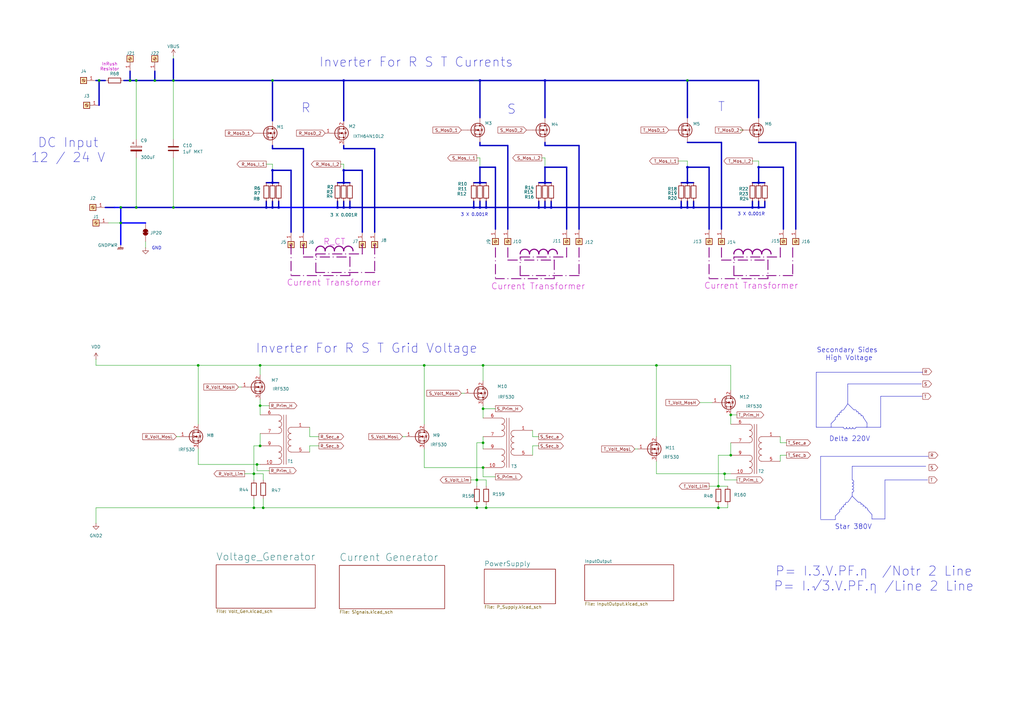
<source format=kicad_sch>
(kicad_sch (version 20250114) (generator "eeschema") (generator_version "9.0")
  (paper "A3")
  (title_block (title "Emulator") (date "2025-09-04") (company "ABB"))
  (arc (start 346.804 206.982) (mid 346.9029 206.232) (end 347.574 206.072))
  (arc (start 353.101 206.787) (mid 353.851 206.8859) (end 354.011 207.557))
  (arc (start 213.36 104.14) (mid 215.265 102.235) (end 217.17 104.14) (stroke (width 0.4572) (color 132 0 132 1)))
  (arc (start 349.504 196.85) (mid 350.139 197.485) (end 349.504 198.12))
  (arc (start 345.236 208.79) (mid 345.3349 208.04) (end 346.006 207.88))
  (arc (start 224.79 104.14) (mid 226.695 102.235) (end 228.6 104.14) (stroke (width 0.4572) (color 132 0 132 1)))
  (arc (start 304.8 104.14) (mid 306.705 102.235) (end 308.61 104.14) (stroke (width 0.4572) (color 132 0 132 1)))
  (arc (start 342.704 171.934) (mid 342.7389 171.169) (end 343.466 170.918))
  (arc (start 344.482 209.78) (mid 344.5167 209.0123) (end 345.244 208.764))
  (arc (start 312.42 104.14) (mid 314.325 102.235) (end 316.23 104.14) (stroke (width 0.4572) (color 132 0 132 1)))
  (arc (start 308.61 104.14) (mid 310.515 102.235) (end 312.42 104.14) (stroke (width 0.4572) (color 132 0 132 1)))
  (arc (start 354.909 208.355) (mid 355.659 208.4539) (end 355.819 209.125))
  (arc (start 349.5042 199.39) (mid 350.1279 200.0251) (end 349.504 200.66))
  (arc (start 350.333 168.187) (mid 351.1007 168.2217) (end 351.349 168.949))
  (arc (start 353.919 207.601) (mid 354.6867 207.6357) (end 354.935 208.363))
  (arc (start 346.05 207.972) (mid 346.0847 207.2043) (end 346.812 206.956))
  (arc (start 352.111 206.033) (mid 352.8787 206.0677) (end 353.127 206.795))
  (arc (start 352.141 169.755) (mid 352.9087 169.7897) (end 353.157 170.517))
  (arc (start 349.758 175.26) (mid 349.123 175.895) (end 348.488 175.26))
  (arc (start 133.35 102.87) (mid 135.255 100.965) (end 137.16 102.87) (stroke (width 0.4572) (color 132 0 132 1)))
  (arc (start 344.272 170.126) (mid 344.3061 169.3581) (end 345.034 169.11))
  (arc (start 345.026 169.136) (mid 345.0965 168.4162) (end 345.796 168.226))
  (arc (start 137.16 102.87) (mid 139.065 100.965) (end 140.97 102.87) (stroke (width 0.4572) (color 132 0 132 1)))
  (arc (start 347.218 175.2598) (mid 346.5831 175.8949) (end 345.948 175.26))
  (arc (start 129.54 102.87) (mid 131.445 100.965) (end 133.35 102.87) (stroke (width 0.4572) (color 132 0 132 1)))
  (arc (start 140.97 102.87) (mid 142.875 100.965) (end 144.78 102.87) (stroke (width 0.4572) (color 132 0 132 1)))
  (arc (start 349.5038 200.66) (mid 350.1389 201.2949) (end 349.504 201.93))
  (arc (start 349.504 198.12) (mid 350.139 198.755) (end 349.504 199.39))
  (arc (start 351.323 168.941) (mid 352.073 169.0399) (end 352.233 169.711))
  (arc (start 220.98 104.14) (mid 222.885 102.235) (end 224.79 104.14) (stroke (width 0.4572) (color 132 0 132 1)))
  (arc (start 343.458 170.944) (mid 343.531 170.2233) (end 344.228 170.034))
  (arc (start 351.028 175.26) (mid 350.393 175.895) (end 349.758 175.26))
  (arc (start 348.488 175.2602) (mid 347.8529 175.8839) (end 347.218 175.26))
  (arc (start 217.17 104.14) (mid 219.075 102.235) (end 220.98 104.14) (stroke (width 0.4572) (color 132 0 132 1)))
  (arc (start 300.99 104.14) (mid 302.895 102.235) (end 304.8 104.14) (stroke (width 0.4572) (color 132 0 132 1)))
  (arc (start 353.131 170.509) (mid 353.881 170.6079) (end 354.041 171.279))
  (text "P= I.3.V.PF.η  /Notr 2 Line\nP= I.√3.V.PF.η /Line 2 Line" (at 358.394 237.49 0) (effects (font (size 3.81 3.81))))
  (text "R" (at 125.476 44.45 0) (effects (font (size 3.81 3.81))))
  (text "Inverter For R S T Grid Voltage" (at 150.368 143.002 0) (effects (font (size 3.81 3.81))))
  (text "Star 380V" (at 350.012 216.154 0) (effects (font (size 2 2))))
  (text "Secondary Sides\n High Voltage" (at 347.472 145.288 0) (effects (font (size 2 2))))
  (text "3 X 0.001R" (at 308.102 87.884 0) (effects (font (size 1.27 1.27))))
  (text "InRush\nResistor" (at 44.958 27.432 0) (effects (font (size 1.27 1.27))))
  (text "Current Transformer" (at 220.726 117.602 0) (effects (font (size 2.54 2.54))))
  (text "GND" (at 64.262 101.854 0) (effects (font (size 1.27 1.27))))
  (text "Inverter For R S T Currents" (at 170.688 25.654 0) (effects (font (size 3.81 3.81))))
  (text "S" (at 209.804 44.958 0) (effects (font (size 3.81 3.81))))
  (text "3 X 0.001R" (at 194.564 88.138 0) (effects (font (size 1.27 1.27))))
  (text "DC Input\n12 / 24 V" (at 27.94 61.722 0) (effects (font (size 3.81 3.81))))
  (text "Current Transformer" (at 308.102 117.348 0) (effects (font (size 2.54 2.54))))
  (text "T" (at 295.91 43.942 0) (effects (font (size 3.81 3.81))))
  (text "R_CT" (at 137.16 99.314 0) (effects (font (size 2.54 2.54))))
  (text "Current Transformer" (at 136.906 116.078 0) (effects (font (size 2.54 2.54))))
  (text "Delta 220V" (at 348.488 180.086 0) (effects (font (size 2 2))))
  (junction (at 284.48 85.09) (color 0 0 194 1))
  (junction (at 104.14 208.28))
  (junction (at 198.12 167.64))
  (junction (at 194.31 85.09) (color 0 0 194 1))
  (junction (at 106.68 149.86))
  (junction (at 294.64 199.39))
  (junction (at 198.12 191.77))
  (junction (at 55.88 33.02))
  (junction (at 140.97 85.09) (color 0 0 194 1))
  (junction (at 173.99 149.86))
  (junction (at 220.98 85.09) (color 0 0 194 1))
  (junction (at 111.76 69.85) (color 0 0 194 1))
  (junction (at 63.5 33.02))
  (junction (at 195.58 208.28))
  (junction (at 311.15 74.93) (color 0 0 194 1))
  (junction (at 281.94 74.93) (color 0 0 194 1))
  (junction (at 53.34 33.02))
  (junction (at 281.94 68.58) (color 0 0 194 1))
  (junction (at 223.52 33.02) (color 0 0 194 1))
  (junction (at 199.39 208.28))
  (junction (at 107.95 208.28))
  (junction (at 223.52 85.09) (color 0 0 194 1))
  (junction (at 198.12 181.61))
  (junction (at 196.85 85.09) (color 0 0 194 1))
  (junction (at 311.15 85.09) (color 0 0 194 1))
  (junction (at 140.97 33.02) (color 0 0 194 1))
  (junction (at 111.76 85.09) (color 0 0 194 1))
  (junction (at 299.72 186.69))
  (junction (at 140.97 74.93) (color 0 0 194 1))
  (junction (at 49.53 91.44))
  (junction (at 40.64 33.02))
  (junction (at 299.72 170.18))
  (junction (at 196.85 68.58) (diameter 0.5588) (color 0 0 194 1))
  (junction (at 106.68 182.88))
  (junction (at 196.85 33.02) (color 0 0 194 1))
  (junction (at 140.97 69.85) (color 0 0 194 1))
  (junction (at 111.76 74.93) (color 0 0 194 1))
  (junction (at 279.4 85.09) (color 0 0 194 1))
  (junction (at 294.64 208.28))
  (junction (at 109.22 85.09) (color 0 0 194 1))
  (junction (at 138.43 85.09) (color 0 0 194 1))
  (junction (at 106.68 166.37))
  (junction (at 226.06 85.09) (color 0 0 194 1))
  (junction (at 71.12 85.09))
  (junction (at 104.14 194.31))
  (junction (at 143.51 85.09) (color 0 0 194 1))
  (junction (at 49.53 85.09))
  (junction (at 199.39 85.09) (color 0 0 194 1))
  (junction (at 114.3 85.09) (color 0 0 194 1))
  (junction (at 223.52 68.58) (diameter 0.5588) (color 0 0 194 1))
  (junction (at 281.94 85.09) (color 0 0 194 1))
  (junction (at 81.28 149.86))
  (junction (at 308.61 85.09) (color 0 0 194 1))
  (junction (at 297.18 194.31))
  (junction (at 71.12 33.02))
  (junction (at 111.76 33.02))
  (junction (at 223.52 74.93) (color 0 0 194 1))
  (junction (at 269.24 149.86))
  (junction (at 311.15 68.58) (color 0 0 194 1))
  (junction (at 55.88 85.09))
  (junction (at 281.94 33.02))
  (junction (at 195.58 196.85))
  (junction (at 105.41 190.5))
  (junction (at 196.85 74.93) (color 0 0 194 1))
  (junction (at 198.12 149.86))
  (polyline (pts (xy 334.772 152.654) (xy 378.46 152.654)))
  (polyline (pts (xy 340.868 173.736) (xy 340.868 175.26)))
  (wire (pts (xy 237.49 93.98) (xy 237.49 59.69)) (stroke (width 0.5588) (color 0 0 194 1)))
  (wire (pts (xy 119.38 95.25) (xy 119.38 69.85)) (stroke (width 0.5588) (color 0 0 194 1)))
  (wire (pts (xy 308.61 74.93) (xy 311.15 74.93)) (stroke (width 0.5588) (color 0 0 194 1)))
  (wire (pts (xy 314.96 106.68) (xy 314.96 114.3)) (stroke (width 0.3556) (type dash_dot) (color 132 0 132 1)))
  (wire (pts (xy 299.72 170.18) (xy 299.72 173.99)))
  (wire (pts (xy 194.31 74.93) (xy 196.85 74.93)) (stroke (width 0.5588) (color 0 0 194 1)))
  (wire (pts (xy 295.91 93.98) (xy 295.91 58.42)) (stroke (width 0.5588) (color 0 0 194 1)))
  (wire (pts (xy 314.96 114.3) (xy 290.83 114.3)) (stroke (width 0.3556) (type dash_dot) (color 132 0 132 1)))
  (wire (pts (xy 223.52 74.93) (xy 226.06 74.93)) (stroke (width 0.5588) (color 0 0 194 1)))
  (wire (pts (xy 196.85 85.09) (xy 199.39 85.09)) (stroke (width 0.5588) (color 0 0 194 1)))
  (wire (pts (xy 106.68 149.86) (xy 106.68 153.67)))
  (wire (pts (xy 320.04 101.6) (xy 320.04 105.41)) (stroke (width 0.3556) (type dash_dot) (color 132 0 132 1)))
  (wire (pts (xy 195.58 64.77) (xy 196.85 64.77)))
  (wire (pts (xy 153.67 111.76) (xy 129.54 111.76)) (stroke (width 0.3556) (type dash_dot) (color 132 0 132 1)))
  (wire (pts (xy 208.28 93.98) (xy 208.28 59.69)) (stroke (width 0.5588) (color 0 0 194 1)))
  (polyline (pts (xy 342.646 211.582) (xy 342.646 213.106)))
  (wire (pts (xy 71.12 33.02) (xy 111.76 33.02)) (stroke (width 0.5588) (color 0 0 194 1)))
  (wire (pts (xy 297.18 196.85) (xy 297.18 194.31)))
  (wire (pts (xy 298.45 199.39) (xy 294.64 199.39)))
  (wire (pts (xy 196.85 68.58) (xy 203.2 68.58)) (stroke (width 0.5588) (color 0 0 194 1)))
  (wire (pts (xy 196.85 82.55) (xy 196.85 85.09)) (stroke (width 0.5588) (color 0 0 194 1)))
  (wire (pts (xy 107.95 194.31) (xy 107.95 196.85)))
  (wire (pts (xy 195.58 196.85) (xy 199.39 196.85)))
  (wire (pts (xy 173.99 184.15) (xy 173.99 191.77)))
  (wire (pts (xy 195.58 208.28) (xy 199.39 208.28)))
  (wire (pts (xy 311.15 74.93) (xy 313.69 74.93)) (stroke (width 0.5588) (color 0 0 194 1)))
  (polyline (pts (xy 347.726 205.994) (xy 349.504 203.454)))
  (wire (pts (xy 148.59 100.33) (xy 148.59 104.14)) (stroke (width 0.3556) (type dash_dot) (color 132 0 132 1)))
  (wire (pts (xy 143.51 113.03) (xy 119.38 113.03)) (stroke (width 0.3556) (type dash_dot) (color 132 0 132 1)))
  (wire (pts (xy 311.15 85.09) (xy 313.69 85.09)) (stroke (width 0.5588) (color 0 0 194 1)))
  (polyline (pts (xy 340.868 175.26) (xy 334.772 175.26)))
  (wire (pts (xy 326.39 93.98) (xy 326.39 58.42)) (stroke (width 0.5588) (color 0 0 194 1)))
  (wire (pts (xy 195.58 181.61) (xy 195.58 196.85)))
  (wire (pts (xy 55.88 57.15) (xy 55.88 33.02)))
  (wire (pts (xy 39.37 208.28) (xy 104.14 208.28)))
  (polyline (pts (xy 349.504 203.454) (xy 352.044 205.994)))
  (wire (pts (xy 195.58 181.61) (xy 198.12 181.61)))
  (wire (pts (xy 109.22 67.31) (xy 111.76 67.31)))
  (wire (pts (xy 111.76 85.09) (xy 114.3 85.09)) (stroke (width 0.5588) (color 0 0 194 1)))
  (wire (pts (xy 39.37 208.28) (xy 39.37 214.63)))
  (wire (pts (xy 140.97 85.09) (xy 143.51 85.09)) (stroke (width 0.5588) (color 0 0 194 1)))
  (wire (pts (xy 269.24 194.31) (xy 297.18 194.31)))
  (wire (pts (xy 196.85 74.93) (xy 199.39 74.93)) (stroke (width 0.5588) (color 0 0 194 1)))
  (wire (pts (xy 199.39 207.01) (xy 199.39 208.28)))
  (polyline (pts (xy 345.948 168.148) (xy 347.726 165.608)))
  (wire (pts (xy 71.12 57.15) (xy 71.12 33.02)))
  (wire (pts (xy 140.97 74.93) (xy 143.51 74.93)) (stroke (width 0.5588) (color 0 0 194 1)))
  (wire (pts (xy 111.76 59.69) (xy 111.76 60.96)) (stroke (width 0.5588) (color 0 0 194 1)))
  (wire (pts (xy 195.58 196.85) (xy 195.58 199.39)))
  (wire (pts (xy 227.33 114.3) (xy 203.2 114.3)) (stroke (width 0.3556) (type dash_dot) (color 132 0 132 1)))
  (wire (pts (xy 143.51 82.55) (xy 143.51 85.09)) (stroke (width 0.5588) (color 0 0 194 1)))
  (polyline (pts (xy 355.6 173.482) (xy 355.6 175.26)))
  (wire (pts (xy 49.53 85.09) (xy 55.88 85.09)) (stroke (width 0.5588) (color 0 0 194 1)))
  (wire (pts (xy 313.69 82.55) (xy 313.69 85.09)) (stroke (width 0.5588) (color 0 0 194 1)))
  (wire (pts (xy 311.15 74.93) (xy 311.15 68.58)) (stroke (width 0.5588) (color 0 0 194 1)))
  (wire (pts (xy 107.95 204.47) (xy 107.95 208.28)))
  (wire (pts (xy 226.06 82.55) (xy 226.06 85.09)) (stroke (width 0.5588) (color 0 0 194 1)))
  (wire (pts (xy 196.85 64.77) (xy 196.85 68.58)))
  (wire (pts (xy 320.04 186.69) (xy 322.58 186.69)))
  (wire (pts (xy 81.28 190.5) (xy 105.41 190.5)))
  (wire (pts (xy 227.33 106.68) (xy 227.33 114.3)) (stroke (width 0.3556) (type dash_dot) (color 132 0 132 1)))
  (wire (pts (xy 109.22 74.93) (xy 111.76 74.93)) (stroke (width 0.5588) (color 0 0 194 1)))
  (wire (pts (xy 129.54 111.76) (xy 129.54 104.14)) (stroke (width 0.3556) (type dash_dot) (color 132 0 132 1)))
  (wire (pts (xy 55.88 85.09) (xy 71.12 85.09)) (stroke (width 0.5588) (color 0 0 194 1)))
  (wire (pts (xy 226.06 85.09) (xy 279.4 85.09)) (stroke (width 0.5588) (color 0 0 194 1)))
  (wire (pts (xy 284.48 85.09) (xy 308.61 85.09)) (stroke (width 0.5588) (color 0 0 194 1)))
  (wire (pts (xy 290.83 101.6) (xy 290.83 114.3)) (stroke (width 0.3556) (type dash_dot) (color 132 0 132 1)))
  (wire (pts (xy 196.85 33.02) (xy 194.31 33.02)))
  (wire (pts (xy 193.04 196.85) (xy 195.58 196.85)))
  (wire (pts (xy 105.41 193.04) (xy 105.41 190.5)))
  (polyline (pts (xy 347.726 158.496) (xy 347.726 165.608)))
  (wire (pts (xy 198.12 167.64) (xy 198.12 171.45)))
  (wire (pts (xy 196.85 58.42) (xy 196.85 59.69)) (stroke (width 0.5588) (color 0 0 194 1)))
  (polyline (pts (xy 349.504 191.262) (xy 379.73 191.262)))
  (wire (pts (xy 148.59 69.85) (xy 140.97 69.85)) (stroke (width 0.5588) (color 0 0 194 1)))
  (wire (pts (xy 308.61 85.09) (xy 311.15 85.09)) (stroke (width 0.5588) (color 0 0 194 1)))
  (wire (pts (xy 281.94 58.42) (xy 295.91 58.42)) (stroke (width 0.5588) (color 0 0 194 1)))
  (wire (pts (xy 300.99 105.41) (xy 320.04 105.41)) (stroke (width 0.3556) (type dash_dot) (color 132 0 132 1)))
  (wire (pts (xy 81.28 149.86) (xy 81.28 173.99)))
  (wire (pts (xy 130.81 182.88) (xy 127 182.88)))
  (wire (pts (xy 220.98 74.93) (xy 223.52 74.93)) (stroke (width 0.5588) (color 0 0 194 1)))
  (wire (pts (xy 106.68 166.37) (xy 106.68 170.18)))
  (wire (pts (xy 127 179.07) (xy 127 175.26)))
  (wire (pts (xy 143.51 85.09) (xy 194.31 85.09)) (stroke (width 0.5588) (color 0 0 194 1)))
  (wire (pts (xy 129.54 104.14) (xy 148.59 104.14)) (stroke (width 0.3556) (type dash_dot) (color 132 0 132 1)))
  (polyline (pts (xy 340.868 175.26) (xy 345.948 175.26)))
  (wire (pts (xy 199.39 196.85) (xy 199.39 199.39)))
  (wire (pts (xy 260.35 184.15) (xy 261.62 184.15)))
  (wire (pts (xy 308.61 66.04) (xy 311.15 66.04)))
  (wire (pts (xy 269.24 149.86) (xy 269.24 179.07)))
  (wire (pts (xy 194.31 85.09) (xy 196.85 85.09)) (stroke (width 0.5588) (color 0 0 194 1)))
  (wire (pts (xy 199.39 85.09) (xy 220.98 85.09)) (stroke (width 0.5588) (color 0 0 194 1)))
  (wire (pts (xy 110.49 193.04) (xy 105.41 193.04)))
  (wire (pts (xy 281.94 33.02) (xy 311.15 33.02)) (stroke (width 0.5588) (color 0 0 194 1)))
  (wire (pts (xy 139.7 67.31) (xy 140.97 67.31)))
  (polyline (pts (xy 357.632 212.852) (xy 362.966 212.852)))
  (wire (pts (xy 302.26 196.85) (xy 297.18 196.85)))
  (wire (pts (xy 106.68 177.8) (xy 106.68 182.88)))
  (wire (pts (xy 198.12 195.58) (xy 198.12 191.77)))
  (wire (pts (xy 218.44 179.07) (xy 220.98 179.07)))
  (wire (pts (xy 198.12 166.37) (xy 198.12 167.64)))
  (wire (pts (xy 237.49 113.03) (xy 213.36 113.03)) (stroke (width 0.3556) (type dash_dot) (color 132 0 132 1)))
  (wire (pts (xy 218.44 182.88) (xy 218.44 186.69)))
  (wire (pts (xy 130.81 179.07) (xy 127 179.07)))
  (wire (pts (xy 104.14 194.31) (xy 104.14 182.88)))
  (wire (pts (xy 44.45 91.44) (xy 49.53 91.44)))
  (wire (pts (xy 71.12 33.02) (xy 63.5 33.02)) (stroke (width 0.5588) (color 0 0 194 1)))
  (wire (pts (xy 39.37 147.32) (xy 39.37 149.86)))
  (wire (pts (xy 140.97 60.96) (xy 153.67 60.96)) (stroke (width 0.5588) (color 0 0 194 1)))
  (wire (pts (xy 138.43 85.09) (xy 138.43 82.55)) (stroke (width 0.5588) (color 0 0 194 1)))
  (wire (pts (xy 124.46 100.33) (xy 124.46 105.41)) (stroke (width 0.3556) (type dash_dot) (color 132 0 132 1)))
  (wire (pts (xy 39.37 149.86) (xy 81.28 149.86)))
  (wire (pts (xy 223.52 33.02) (xy 281.94 33.02)) (stroke (width 0.5588) (color 0 0 194 1)))
  (polyline (pts (xy 336.55 187.198) (xy 380.746 187.198)))
  (wire (pts (xy 290.83 199.39) (xy 294.64 199.39)))
  (wire (pts (xy 114.3 82.55) (xy 114.3 85.09)) (stroke (width 0.5588) (color 0 0 194 1)))
  (wire (pts (xy 320.04 189.23) (xy 320.04 186.69)))
  (wire (pts (xy 208.28 59.69) (xy 196.85 59.69)) (stroke (width 0.5588) (color 0 0 194 1)))
  (wire (pts (xy 63.5 29.21) (xy 63.5 33.02)) (stroke (width 0.5588) (color 0 0 194 1)))
  (wire (pts (xy 138.43 85.09) (xy 140.97 85.09)) (stroke (width 0.5588) (color 0 0 194 1)))
  (wire (pts (xy 173.99 149.86) (xy 173.99 173.99)))
  (wire (pts (xy 213.36 105.41) (xy 232.41 105.41)) (stroke (width 0.3556) (type dash_dot) (color 132 0 132 1)))
  (wire (pts (xy 111.76 82.55) (xy 111.76 85.09)) (stroke (width 0.5588) (color 0 0 194 1)))
  (wire (pts (xy 320.04 181.61) (xy 320.04 179.07)))
  (wire (pts (xy 111.76 49.53) (xy 111.76 33.02)) (stroke (width 0.5588) (color 0 0 194 1)))
  (wire (pts (xy 196.85 74.93) (xy 196.85 68.58)) (stroke (width 0.5588) (color 0 0 194 1)))
  (wire (pts (xy 71.12 24.13) (xy 71.12 33.02)) (stroke (width 0.5588) (color 0 0 194 1)))
  (wire (pts (xy 40.64 33.02) (xy 43.18 33.02)) (stroke (width 0.5588) (color 0 0 194 1)))
  (wire (pts (xy 302.26 170.18) (xy 299.72 170.18)))
  (wire (pts (xy 127 182.88) (xy 127 185.42)))
  (wire (pts (xy 148.59 95.25) (xy 148.59 69.85)) (stroke (width 0.5588) (color 0 0 194 1)))
  (wire (pts (xy 326.39 58.42) (xy 311.15 58.42)) (stroke (width 0.5588) (color 0 0 194 1)))
  (wire (pts (xy 53.34 33.02) (xy 53.34 29.21)) (stroke (width 0.5588) (color 0 0 194 1)))
  (wire (pts (xy 124.46 60.96) (xy 111.76 60.96)) (stroke (width 0.5588) (color 0 0 194 1)))
  (wire (pts (xy 138.43 74.93) (xy 140.97 74.93)) (stroke (width 0.5588) (color 0 0 194 1)))
  (wire (pts (xy 189.23 161.29) (xy 190.5 161.29)))
  (wire (pts (xy 203.2 167.64) (xy 198.12 167.64)))
  (wire (pts (xy 111.76 67.31) (xy 111.76 69.85)))
  (wire (pts (xy 213.36 113.03) (xy 213.36 105.41)) (stroke (width 0.3556) (type dash_dot) (color 132 0 132 1)))
  (polyline (pts (xy 355.346 175.26) (xy 361.188 175.26)))
  (wire (pts (xy 223.52 58.42) (xy 223.52 59.69)) (stroke (width 0.5588) (color 0 0 194 1)))
  (wire (pts (xy 232.41 93.98) (xy 232.41 68.58)) (stroke (width 0.5588) (color 0 0 194 1)))
  (wire (pts (xy 140.97 33.02) (xy 140.97 49.53)) (stroke (width 0.5588) (color 0 0 194 1)))
  (wire (pts (xy 153.67 60.96) (xy 153.67 95.25)) (stroke (width 0.5588) (color 0 0 194 1)))
  (wire (pts (xy 284.48 82.55) (xy 284.48 85.09)) (stroke (width 0.5588) (color 0 0 194 1)))
  (polyline (pts (xy 351.028 175.26) (xy 355.6 175.26)))
  (polyline (pts (xy 347.726 157.48) (xy 377.952 157.48)))
  (wire (pts (xy 107.95 208.28) (xy 195.58 208.28)))
  (wire (pts (xy 297.18 194.31) (xy 299.72 194.31)))
  (wire (pts (xy 140.97 33.02) (xy 196.85 33.02)) (stroke (width 0.5588) (color 0 0 194 1)))
  (wire (pts (xy 220.98 182.88) (xy 218.44 182.88)))
  (wire (pts (xy 281.94 74.93) (xy 281.94 68.58)) (stroke (width 0.5588) (color 0 0 194 1)))
  (wire (pts (xy 106.68 149.86) (xy 173.99 149.86)))
  (wire (pts (xy 106.68 163.83) (xy 106.68 166.37)))
  (polyline (pts (xy 349.504 196.85) (xy 349.504 191.262)))
  (wire (pts (xy 140.97 67.31) (xy 140.97 69.85)))
  (wire (pts (xy 223.52 33.02) (xy 223.52 48.26)) (stroke (width 0.5588) (color 0 0 194 1)))
  (wire (pts (xy 308.61 85.09) (xy 308.61 82.55)) (stroke (width 0.5588) (color 0 0 194 1)))
  (wire (pts (xy 194.31 82.55) (xy 194.31 85.09)) (stroke (width 0.5588) (color 0 0 194 1)))
  (wire (pts (xy 325.12 101.6) (xy 325.12 113.03)) (stroke (width 0.3556) (type dash_dot) (color 132 0 132 1)))
  (wire (pts (xy 298.45 208.28) (xy 298.45 207.01)))
  (wire (pts (xy 311.15 82.55) (xy 311.15 85.09)) (stroke (width 0.5588) (color 0 0 194 1)))
  (wire (pts (xy 49.53 91.44) (xy 49.53 100.33)) (stroke (width 0.5588) (color 0 0 255 1)))
  (wire (pts (xy 325.12 113.03) (xy 300.99 113.03)) (stroke (width 0.3556) (type dash_dot) (color 132 0 132 1)))
  (wire (pts (xy 232.41 68.58) (xy 223.52 68.58)) (stroke (width 0.5588) (color 0 0 194 1)))
  (wire (pts (xy 295.91 106.68) (xy 314.96 106.68)) (stroke (width 0.3556) (type dash_dot) (color 132 0 132 1)))
  (wire (pts (xy 279.4 85.09) (xy 281.94 85.09)) (stroke (width 0.5588) (color 0 0 194 1)))
  (wire (pts (xy 290.83 93.98) (xy 290.83 68.58)) (stroke (width 0.5588) (color 0 0 194 1)))
  (wire (pts (xy 237.49 101.6) (xy 237.49 113.03)) (stroke (width 0.3556) (type dash_dot) (color 132 0 132 1)))
  (wire (pts (xy 49.53 85.09) (xy 49.53 91.44)) (stroke (width 0.5588) (color 0 0 255 1)))
  (wire (pts (xy 279.4 74.93) (xy 281.94 74.93)) (stroke (width 0.5588) (color 0 0 194 1)))
  (wire (pts (xy 173.99 149.86) (xy 198.12 149.86)))
  (polyline (pts (xy 334.772 175.26) (xy 334.772 152.654)))
  (wire (pts (xy 199.39 82.55) (xy 199.39 85.09)) (stroke (width 0.5588) (color 0 0 194 1)))
  (wire (pts (xy 311.15 33.02) (xy 311.15 48.26)) (stroke (width 0.5588) (color 0 0 194 1)))
  (polyline (pts (xy 344.424 209.804) (xy 342.646 211.582)))
  (wire (pts (xy 223.52 64.77) (xy 223.52 68.58)))
  (wire (pts (xy 59.69 101.6) (xy 59.69 99.06)))
  (wire (pts (xy 223.52 82.55) (xy 223.52 85.09)) (stroke (width 0.5588) (color 0 0 194 1)))
  (wire (pts (xy 203.2 93.98) (xy 203.2 68.58)) (stroke (width 0.5588) (color 0 0 194 1)))
  (wire (pts (xy 294.64 186.69) (xy 294.64 199.39)))
  (wire (pts (xy 140.97 59.69) (xy 140.97 60.96)) (stroke (width 0.5588) (color 0 0 194 1)))
  (wire (pts (xy 218.44 176.53) (xy 218.44 179.07)))
  (wire (pts (xy 111.76 33.02) (xy 140.97 33.02)) (stroke (width 0.5588) (color 0 0 194 1)))
  (wire (pts (xy 304.8 53.34) (xy 303.53 53.34)))
  (wire (pts (xy 49.53 91.44) (xy 59.69 91.44)) (stroke (width 0.5588) (color 0 0 255 1)))
  (wire (pts (xy 104.14 194.31) (xy 107.95 194.31)))
  (wire (pts (xy 198.12 179.07) (xy 198.12 181.61)))
  (wire (pts (xy 269.24 189.23) (xy 269.24 194.31)))
  (polyline (pts (xy 342.646 213.106) (xy 336.55 213.106)))
  (wire (pts (xy 53.34 33.02) (xy 55.88 33.02)) (stroke (width 0.5588) (color 0 0 194 1)))
  (wire (pts (xy 321.31 93.98) (xy 321.31 68.58)) (stroke (width 0.5588) (color 0 0 194 1)))
  (polyline (pts (xy 361.188 162.56) (xy 361.188 175.26)))
  (wire (pts (xy 294.64 207.01) (xy 294.64 208.28)))
  (wire (pts (xy 111.76 74.93) (xy 111.76 69.85)) (stroke (width 0.5588) (color 0 0 194 1)))
  (polyline (pts (xy 355.854 209.042) (xy 357.632 211.074)))
  (wire (pts (xy 55.88 64.77) (xy 55.88 85.09)))
  (wire (pts (xy 294.64 208.28) (xy 298.45 208.28)))
  (polyline (pts (xy 349.504 203.454) (xy 349.504 201.93)))
  (wire (pts (xy 143.51 105.41) (xy 143.51 113.03)) (stroke (width 0.3556) (type dash_dot) (color 132 0 132 1)))
  (wire (pts (xy 198.12 149.86) (xy 198.12 156.21)))
  (wire (pts (xy 166.37 179.07) (xy 165.1 179.07)))
  (wire (pts (xy 290.83 68.58) (xy 281.94 68.58)) (stroke (width 0.5588) (color 0 0 194 1)))
  (wire (pts (xy 43.18 85.09) (xy 46.99 85.09)) (stroke (width 0.5588) (color 0 0 194 1)))
  (polyline (pts (xy 361.188 162.56) (xy 378.206 162.56)))
  (wire (pts (xy 220.98 82.55) (xy 220.98 85.09)) (stroke (width 0.5588) (color 0 0 194 1)))
  (wire (pts (xy 104.14 194.31) (xy 104.14 196.85)))
  (wire (pts (xy 111.76 69.85) (xy 119.38 69.85)) (stroke (width 0.5588) (color 0 0 194 1)))
  (wire (pts (xy 173.99 191.77) (xy 198.12 191.77)))
  (wire (pts (xy 71.12 22.86) (xy 71.12 24.13)))
  (wire (pts (xy 220.98 85.09) (xy 223.52 85.09)) (stroke (width 0.5588) (color 0 0 194 1)))
  (wire (pts (xy 292.1 165.1) (xy 287.02 165.1)))
  (polyline (pts (xy 347.726 165.608) (xy 350.266 168.148)))
  (wire (pts (xy 111.76 74.93) (xy 114.3 74.93)) (stroke (width 0.5588) (color 0 0 194 1)))
  (wire (pts (xy 50.8 33.02) (xy 53.34 33.02)) (stroke (width 0.5588) (color 0 0 194 1)))
  (wire (pts (xy 81.28 184.15) (xy 81.28 190.5)))
  (wire (pts (xy 40.64 33.02) (xy 40.64 43.18)) (stroke (width 0.5588) (color 0 0 194 1)))
  (wire (pts (xy 109.22 85.09) (xy 109.22 82.55)) (stroke (width 0.5588) (color 0 0 194 1)))
  (wire (pts (xy 321.31 68.58) (xy 311.15 68.58)) (stroke (width 0.5588) (color 0 0 194 1)))
  (wire (pts (xy 203.2 101.6) (xy 203.2 114.3)) (stroke (width 0.3556) (type dash_dot) (color 132 0 132 1)))
  (wire (pts (xy 222.25 64.77) (xy 223.52 64.77)))
  (wire (pts (xy 104.14 182.88) (xy 106.68 182.88)))
  (wire (pts (xy 140.97 82.55) (xy 140.97 85.09)) (stroke (width 0.5588) (color 0 0 194 1)))
  (wire (pts (xy 198.12 149.86) (xy 269.24 149.86)))
  (wire (pts (xy 278.13 66.04) (xy 281.94 66.04)))
  (wire (pts (xy 124.46 95.25) (xy 124.46 60.96)) (stroke (width 0.5588) (color 0 0 194 1)))
  (polyline (pts (xy 347.726 158.496) (xy 347.726 157.48)))
  (wire (pts (xy 269.24 149.86) (xy 299.72 149.86)))
  (wire (pts (xy 279.4 85.09) (xy 279.4 82.55)) (stroke (width 0.5588) (color 0 0 194 1)))
  (wire (pts (xy 295.91 101.6) (xy 295.91 106.68)) (stroke (width 0.3556) (type dash_dot) (color 132 0 132 1)))
  (wire (pts (xy 322.58 181.61) (xy 320.04 181.61)))
  (wire (pts (xy 114.3 85.09) (xy 138.43 85.09)) (stroke (width 0.5588) (color 0 0 255 1)))
  (wire (pts (xy 110.49 166.37) (xy 106.68 166.37)))
  (wire (pts (xy 299.72 149.86) (xy 299.72 160.02)))
  (wire (pts (xy 81.28 149.86) (xy 106.68 149.86)))
  (polyline (pts (xy 357.632 211.074) (xy 357.632 212.852)))
  (wire (pts (xy 199.39 208.28) (xy 294.64 208.28)))
  (wire (pts (xy 71.12 64.77) (xy 71.12 85.09)))
  (wire (pts (xy 104.14 208.28) (xy 107.95 208.28)))
  (wire (pts (xy 299.72 181.61) (xy 299.72 186.69)))
  (wire (pts (xy 198.12 181.61) (xy 198.12 184.15)))
  (wire (pts (xy 208.28 101.6) (xy 208.28 106.68)) (stroke (width 0.3556) (type dash_dot) (color 132 0 132 1)))
  (wire (pts (xy 119.38 100.33) (xy 119.38 113.03)) (stroke (width 0.3556) (type dash_dot) (color 132 0 132 1)))
  (wire (pts (xy 97.79 158.75) (xy 99.06 158.75)))
  (wire (pts (xy 203.2 195.58) (xy 198.12 195.58)))
  (wire (pts (xy 153.67 100.33) (xy 153.67 111.76)) (stroke (width 0.3556) (type dash_dot) (color 132 0 132 1)))
  (wire (pts (xy 311.15 66.04) (xy 311.15 68.58)))
  (wire (pts (xy 104.14 208.28) (xy 104.14 204.47)))
  (polyline (pts (xy 336.55 187.198) (xy 336.55 212.852)))
  (wire (pts (xy 71.12 85.09) (xy 109.22 85.09)) (stroke (width 0.5588) (color 0 0 194 1)))
  (wire (pts (xy 195.58 208.28) (xy 195.58 207.01)))
  (wire (pts (xy 196.85 33.02) (xy 223.52 33.02)) (stroke (width 0.5588) (color 0 0 194 1)))
  (wire (pts (xy 109.22 85.09) (xy 111.76 85.09)) (stroke (width 0.5588) (color 0 0 194 1)))
  (polyline (pts (xy 342.646 171.958) (xy 340.868 173.736)))
  (polyline (pts (xy 362.966 196.85) (xy 380.492 196.85)))
  (wire (pts (xy 237.49 59.69) (xy 223.52 59.69)) (stroke (width 0.5588) (color 0 0 194 1)))
  (wire (pts (xy 124.46 105.41) (xy 143.51 105.41)) (stroke (width 0.3556) (type dash_dot) (color 132 0 132 1)))
  (wire (pts (xy 281.94 85.09) (xy 284.48 85.09)) (stroke (width 0.5588) (color 0 0 194 1)))
  (wire (pts (xy 208.28 106.68) (xy 227.33 106.68)) (stroke (width 0.3556) (type dash_dot) (color 132 0 132 1)))
  (polyline (pts (xy 354.076 171.196) (xy 355.6 173.482)))
  (wire (pts (xy 294.64 186.69) (xy 299.72 186.69)))
  (wire (pts (xy 100.33 194.31) (xy 104.14 194.31)))
  (wire (pts (xy 39.37 33.02) (xy 40.64 33.02)) (stroke (width 0.5588) (color 0 0 194 1)))
  (wire (pts (xy 223.52 85.09) (xy 226.06 85.09)) (stroke (width 0.5588) (color 0 0 194 1)))
  (wire (pts (xy 281.94 82.55) (xy 281.94 85.09)) (stroke (width 0.5588) (color 0 0 194 1)))
  (wire (pts (xy 105.41 190.5) (xy 106.68 190.5)))
  (wire (pts (xy 55.88 33.02) (xy 63.5 33.02)) (stroke (width 0.5588) (color 0 0 194 1)))
  (wire (pts (xy 140.97 74.93) (xy 140.97 69.85)) (stroke (width 0.5588) (color 0 0 194 1)))
  (wire (pts (xy 223.52 74.93) (xy 223.52 68.58)) (stroke (width 0.5588) (color 0 0 194 1)))
  (wire (pts (xy 281.94 33.02) (xy 281.94 48.26)) (stroke (width 0.5588) (color 0 0 194 1)))
  (wire (pts (xy 46.99 85.09) (xy 49.53 85.09)) (stroke (width 0.5588) (color 0 0 255 1)))
  (wire (pts (xy 196.85 33.02) (xy 196.85 48.26)) (stroke (width 0.5588) (color 0 0 194 1)))
  (wire (pts (xy 300.99 113.03) (xy 300.99 105.41)) (stroke (width 0.3556) (type dash_dot) (color 132 0 132 1)))
  (wire (pts (xy 281.94 66.04) (xy 281.94 68.58)))
  (polyline (pts (xy 362.966 196.85) (xy 362.966 212.852)))
  (wire (pts (xy 281.94 74.93) (xy 284.48 74.93)) (stroke (width 0.5588) (color 0 0 194 1)))
  (wire (pts (xy 232.41 101.6) (xy 232.41 105.41)) (stroke (width 0.3556) (type dash_dot) (color 132 0 132 1)))
  (wire (pts (xy 72.39 179.07) (xy 73.66 179.07)))
  (global_label "R_Prim_L" (shape output) (at 110.49 193.04 0) (property "Intersheetrefs" "${INTERSHEET_REFS}" (effects (hide yes))))
  (global_label "S_Mos_I_1" (shape output) (at 195.58 64.77 180) (property "Intersheetrefs" "${INTERSHEET_REFS}" (effects (hide yes))))
  (global_label "T_MosD_1" (shape input) (at 274.32 53.34 180) (property "Intersheetrefs" "${INTERSHEET_REFS}" (effects (hide yes))))
  (global_label "S_Prim_L" (shape output) (at 203.2 195.58 0) (property "Intersheetrefs" "${INTERSHEET_REFS}" (effects (hide yes))))
  (global_label "R_Mos_I_1" (shape output) (at 109.22 67.31 180) (property "Intersheetrefs" "${INTERSHEET_REFS}" (effects (hide yes))))
  (global_label "R_MosD_1" (shape input) (at 104.14 54.61 180) (property "Intersheetrefs" "${INTERSHEET_REFS}" (effects (hide yes))))
  (global_label "R_Mos_I_2" (shape output) (at 139.7 67.31 180) (property "Intersheetrefs" "${INTERSHEET_REFS}" (effects (hide yes))))
  (global_label "R_MosD_2" (shape input) (at 133.35 54.61 180) (property "Intersheetrefs" "${INTERSHEET_REFS}" (effects (hide yes))))
  (global_label "S_Volt_MosH" (shape input) (at 189.23 161.29 180) (property "Intersheetrefs" "${INTERSHEET_REFS}" (effects (hide yes))))
  (global_label "T_Sec_b" (shape output) (at 322.58 186.69 0) (property "Intersheetrefs" "${INTERSHEET_REFS}" (effects (hide yes))))
  (global_label "T_Volt_MosL" (shape input) (at 260.35 184.15 180) (property "Intersheetrefs" "${INTERSHEET_REFS}" (effects (hide yes))))
  (global_label "T_Prim_L" (shape output) (at 302.26 196.85 0) (property "Intersheetrefs" "${INTERSHEET_REFS}" (effects (hide yes))))
  (global_label "S_MosD_1" (shape input) (at 189.23 53.34 180) (property "Intersheetrefs" "${INTERSHEET_REFS}" (effects (hide yes))))
  (global_label "T_Sec_a" (shape output) (at 322.58 181.61 0) (property "Intersheetrefs" "${INTERSHEET_REFS}" (effects (hide yes))))
  (global_label "S_Sec_b" (shape output) (at 220.98 182.88 0) (property "Intersheetrefs" "${INTERSHEET_REFS}" (effects (hide yes))))
  (global_label "R_Volt_MosL" (shape input) (at 72.39 179.07 180) (property "Intersheetrefs" "${INTERSHEET_REFS}" (effects (hide yes))))
  (global_label "T" (shape output) (at 381 196.85 0) (property "Intersheetrefs" "${INTERSHEET_REFS}" (effects (hide yes))))
  (global_label "T_Mos_I_2" (shape output) (at 308.61 66.04 180) (property "Intersheetrefs" "${INTERSHEET_REFS}" (effects (hide yes))))
  (global_label "R_Prim_H" (shape output) (at 110.49 166.37 0) (property "Intersheetrefs" "${INTERSHEET_REFS}" (effects (hide yes))))
  (global_label "S_Mos_I_2" (shape output) (at 222.25 64.77 180) (property "Intersheetrefs" "${INTERSHEET_REFS}" (effects (hide yes))))
  (global_label "T_Volt_MosH" (shape input) (at 287.02 165.1 180) (property "Intersheetrefs" "${INTERSHEET_REFS}" (effects (hide yes))))
  (global_label "S_Sec_a" (shape output) (at 220.98 179.07 0) (property "Intersheetrefs" "${INTERSHEET_REFS}" (effects (hide yes))))
  (global_label "T" (shape output) (at 378.46 162.56 0) (property "Intersheetrefs" "${INTERSHEET_REFS}" (effects (hide yes))))
  (global_label "R_Volt_Lim" (shape output) (at 100.33 194.31 180) (property "Intersheetrefs" "${INTERSHEET_REFS}" (effects (hide yes))))
  (global_label "S_MosD_2" (shape input) (at 215.9 53.34 180) (property "Intersheetrefs" "${INTERSHEET_REFS}" (effects (hide yes))))
  (global_label "S_Volt_Lim" (shape output) (at 193.04 196.85 180) (property "Intersheetrefs" "${INTERSHEET_REFS}" (effects (hide yes))))
  (global_label "R" (shape output) (at 381 186.69 0) (property "Intersheetrefs" "${INTERSHEET_REFS}" (effects (hide yes))))
  (global_label "T_Volt_Lim" (shape output) (at 290.83 199.39 180) (property "Intersheetrefs" "${INTERSHEET_REFS}" (effects (hide yes))))
  (global_label "R_Sec_a" (shape output) (at 130.81 179.07 0) (property "Intersheetrefs" "${INTERSHEET_REFS}" (effects (hide yes))))
  (global_label "R_Sec_b" (shape output) (at 130.81 182.88 0) (property "Intersheetrefs" "${INTERSHEET_REFS}" (effects (hide yes))))
  (global_label "S_Prim_H" (shape output) (at 203.2 167.64 0) (property "Intersheetrefs" "${INTERSHEET_REFS}" (effects (hide yes))))
  (global_label "R_Volt_MosH" (shape input) (at 97.79 158.75 180) (property "Intersheetrefs" "${INTERSHEET_REFS}" (effects (hide yes))))
  (global_label "T_Prim_H" (shape output) (at 302.26 170.18 0) (property "Intersheetrefs" "${INTERSHEET_REFS}" (effects (hide yes))))
  (global_label "T_Mos_I_1" (shape output) (at 278.13 66.04 180) (property "Intersheetrefs" "${INTERSHEET_REFS}" (effects (hide yes))))
  (global_label "R" (shape output) (at 378.46 152.4 0) (property "Intersheetrefs" "${INTERSHEET_REFS}" (effects (hide yes))))
  (global_label "T_MosD_2" (shape input) (at 304.8 53.34 180) (property "Intersheetrefs" "${INTERSHEET_REFS}" (effects (hide yes))))
  (global_label "S" (shape output) (at 381 191.77 0) (property "Intersheetrefs" "${INTERSHEET_REFS}" (effects (hide yes))))
  (global_label "S" (shape output) (at 378.46 157.48 0) (property "Intersheetrefs" "${INTERSHEET_REFS}" (effects (hide yes))))
  (global_label "S_Volt_MosL" (shape input) (at 165.1 179.07 180) (property "Intersheetrefs" "${INTERSHEET_REFS}" (effects (hide yes))))
  (symbol (lib_id "power:VDD") (at 39.37 147.32 0) (unit 1)
    (property "Reference" "#PWR024" (effects (hide yes)))
    (property "Value" "VDD" (at 39.37 142.24 0))
    (property "Description" "Power symbol creates a global label with name \"VDD\"" (effects (hide yes)))
  )
  (symbol (lib_id "Connector:Screw_Terminal_01x01") (at 237.49 99.06 270) (unit 1)
    (property "Reference" "J12" (at 239.776 99.314 90) (effects (justify left)))
    (property "Value" "Screw_Terminal_01x01" (effects (hide yes)))
    (property "Footprint" "TerminalBlock_Wuerth:Wuerth_REDCUBE-THR_WP-THRSH_74651175_THR" (effects (hide yes)))
    (property "Datasheet" "https://www.we-online.com/components/products/datasheet/74651175.pdf" (effects (hide yes)))
    (property "Description" "Generic screw terminal, single row, 01x01, script generated (kicad-library-utils/schlib/autogen/connector/)" (effects (hide yes)))
  )
  (symbol (lib_id "New_Library:Transformer_1P_2S") (at 208.28 181.61 0) (mirror y) (unit 1)
    (property "Reference" "T3" (at 210.82 191.262 0))
    (property "Value" "Transformer_1P_2S" (effects (hide yes)))
    (property "Footprint" "Transformer_THT:Transformer_Myrra_EI30-5_44000_Horizontal" (effects (hide yes)))
    (property "Datasheet" "https://hahn-trafo.com/Englische_Seiten/transformatoren_englisch.html#EI30" (effects (hide yes)))
    (property "Description" "Transformer, single primary, dual secondary" (effects (hide yes)))
  )
  (symbol (lib_id "Device:R") (at 138.43 78.74 0) (unit 1)
    (property "Reference" "R2" (at 134.112 76.708 0) (effects (justify left)))
    (property "Value" "3 X 0.001R" (at 135.382 88.138 0) (effects (justify left)))
    (property "Footprint" "Resistor_SMD:R_Shunt_Vishay_WSR2_WSR3" (effects (hide yes)))
    (property "Datasheet" "https://www.vishay.com/docs/30101/wsr.pdf" (effects (hide yes)))
    (property "Description" "Resistor" (effects (hide yes)))
  )
  (symbol (lib_id "power:GNDPWR") (at 49.53 100.33 0) (unit 1)
    (property "Reference" "#PWR011" (effects (hide yes)))
    (property "Value" "GNDPWR" (at 44.196 100.584 0))
    (property "Description" "Power symbol creates a global label with name \"GNDPWR\" , global ground" (effects (hide yes)))
  )
  (symbol (lib_id "Device:R") (at 143.51 78.74 0) (unit 1)
    (property "Reference" "R4" (at 133.858 80.518 0) (effects (justify left)))
    (property "Value" "R" (effects (hide yes)))
    (property "Footprint" "Resistor_SMD:R_Shunt_Vishay_WSR2_WSR3" (effects (hide yes)))
    (property "Datasheet" "https://www.vishay.com/docs/30101/wsr.pdf" (effects (hide yes)))
    (property "Description" "Resistor" (effects (hide yes)))
  )
  (symbol (lib_id "Device:R") (at 196.85 78.74 0) (unit 1)
    (property "Reference" "R11" (at 187.706 77.47 0) (effects (justify left)))
    (property "Value" "R" (effects (hide yes)))
    (property "Footprint" "Resistor_SMD:R_Shunt_Vishay_WSR2_WSR3" (effects (hide yes)))
    (property "Description" "Resistor" (effects (hide yes)))
  )
  (symbol (lib_id "Device:R") (at 140.97 78.74 0) (unit 1)
    (property "Reference" "R3" (at 133.858 78.74 0) (effects (justify left)))
    (property "Value" "R" (effects (hide yes)))
    (property "Footprint" "Resistor_SMD:R_Shunt_Vishay_WSR2_WSR3" (effects (hide yes)))
    (property "Datasheet" "https://www.vishay.com/docs/30101/wsr.pdf" (effects (hide yes)))
    (property "Description" "Resistor" (effects (hide yes)))
  )
  (symbol (lib_id "Transistor_FET:C2M1000170D") (at 194.31 53.34 0) (unit 1)
    (property "Reference" "M3" (at 198.882 50.546 0) (effects (justify left)))
    (property "Value" "IXTH64N10L2" (effects (hide yes)))
    (property "Footprint" "Emul_footprint:TO-247-3_Horizontal_TabDown" (effects (hide yes)))
    (property "Description" "TO-247" (effects (hide yes)))
  )
  (symbol (lib_id "Transistor_FET:IRF540N") (at 297.18 165.1 0) (unit 1)
    (property "Reference" "M12" (at 303.276 162.814 0) (effects (justify left)))
    (property "Value" "IRF530" (at 305.816 166.624 0) (effects (justify left)))
    (property "Footprint" "Package_TO_SOT_THT:TO-220-3_Horizontal_TabDown" (effects (hide yes)))
    (property "Datasheet" "https://www.vishay.com/docs/91019/irf530.pdf" (effects (hide yes)))
    (property "Description" "33A Id, 100V Vds, HEXFET N-Channel MOSFET, TO-220" (effects (hide yes)))
  )
  (symbol (lib_id "Device:R") (at 199.39 78.74 0) (unit 1)
    (property "Reference" "R12" (at 187.452 79.502 0) (effects (justify left)))
    (property "Value" "R" (effects (hide yes)))
    (property "Footprint" "Resistor_SMD:R_Shunt_Vishay_WSR2_WSR3" (effects (hide yes)))
    (property "Description" "Resistor" (effects (hide yes)))
  )
  (symbol (lib_id "Connector:Screw_Terminal_01x01") (at 290.83 99.06 270) (unit 1)
    (property "Reference" "J13" (at 284.226 99.06 90) (effects (justify left)))
    (property "Value" "Screw_Terminal_01x01" (effects (hide yes)))
    (property "Footprint" "TerminalBlock_Wuerth:Wuerth_REDCUBE-THR_WP-THRSH_74651175_THR" (effects (hide yes)))
    (property "Datasheet" "https://www.we-online.com/components/products/datasheet/74651175.pdf" (effects (hide yes)))
    (property "Description" "Generic screw terminal, single row, 01x01, script generated (kicad-library-utils/schlib/autogen/connector/)" (effects (hide yes)))
  )
  (symbol (lib_id "Connector:Screw_Terminal_01x01") (at 34.29 33.02 180) (unit 1)
    (property "Reference" "J4" (at 34.29 29.21 0))
    (property "Value" "Screw_Terminal_01x01" (effects (hide yes)))
    (property "Footprint" "TerminalBlock_Wuerth:Wuerth_REDCUBE-THR_WP-THRSH_74651175_THR" (effects (hide yes)))
    (property "Datasheet" "https://www.we-online.com/components/products/datasheet/74651173.pdf" (effects (hide yes)))
    (property "Description" "Generic screw terminal, single row, 01x01, script generated (kicad-library-utils/schlib/autogen/connector/)" (effects (hide yes)))
  )
  (symbol (lib_name "C2M1000170D_1") (lib_id "Transistor_FET:C2M1000170D") (at 138.43 54.61 0) (unit 1)
    (property "Reference" "M2" (at 143.002 51.816 0) (effects (justify left)))
    (property "Value" "IXTH64N10L2" (at 144.78 55.8799 0) (effects (justify left)))
    (property "Footprint" "Emul_footprint:TO-247-3_Horizontal_TabDown" (effects (hide yes)))
    (property "Datasheet" "https://eu.mouser.com/datasheet/2/240/media-3322017.pdf" (effects (hide yes)))
    (property "Description" "TO-247" (effects (hide yes)))
  )
  (symbol (lib_id "Transistor_FET:C2M1000170D") (at 109.22 54.61 0) (unit 1)
    (property "Reference" "M1" (at 113.538 52.07 0) (effects (justify left)))
    (property "Value" "IXTH64N10L2" (effects (hide yes)))
    (property "Footprint" "Emul_footprint:TO-247-3_Horizontal_TabDown" (effects (hide yes)))
    (property "Description" "TO-247" (effects (hide yes)))
  )
  (symbol (lib_id "Device:C_Polarized") (at 55.88 60.96 0) (unit 1)
    (property "Reference" "C9" (at 57.658 57.658 0) (effects (justify left)))
    (property "Value" "300uF" (at 57.658 64.516 0) (effects (justify left)))
    (property "Footprint" "Capacitor_THT:CP_Radial_D26.0mm_P10.00mm_SnapIn" (effects (hide yes)))
    (property "Description" "Polarized capacitor" (effects (hide yes)))
  )
  (symbol (lib_id "Device:R") (at 281.94 78.74 0) (unit 1)
    (property "Reference" "R19" (at 273.812 79.248 0) (effects (justify left)))
    (property "Value" "R" (effects (hide yes)))
    (property "Footprint" "Resistor_SMD:R_Shunt_Vishay_WSR2_WSR3" (effects (hide yes)))
    (property "Description" "Resistor" (effects (hide yes)))
  )
  (symbol (lib_id "Device:R") (at 109.22 78.74 0) (unit 1)
    (property "Reference" "R6" (at 104.14 77.216 0) (effects (justify left)))
    (property "Value" "R" (effects (hide yes)))
    (property "Footprint" "Resistor_SMD:R_Shunt_Vishay_WSR2_WSR3" (effects (hide yes)))
    (property "Datasheet" "https://www.vishay.com/docs/30101/wsr.pdf" (effects (hide yes)))
    (property "Description" "Resistor" (effects (hide yes)))
  )
  (symbol (lib_id "Device:R") (at 311.15 78.74 0) (unit 1)
    (property "Reference" "R23" (at 303.022 79.502 0) (effects (justify left)))
    (property "Value" "R" (effects (hide yes)))
    (property "Footprint" "Resistor_SMD:R_Shunt_Vishay_WSR2_WSR3" (effects (hide yes)))
    (property "Description" "Resistor" (effects (hide yes)))
  )
  (symbol (lib_id "Device:R") (at 313.69 78.74 0) (unit 1)
    (property "Reference" "R24" (at 303.276 81.534 0) (effects (justify left)))
    (property "Value" "R" (effects (hide yes)))
    (property "Footprint" "Resistor_SMD:R_Shunt_Vishay_WSR2_WSR3" (effects (hide yes)))
    (property "Description" "Resistor" (effects (hide yes)))
  )
  (symbol (lib_id "Connector:Screw_Terminal_01x01") (at 119.38 100.33 270) (unit 1)
    (property "Reference" "J5" (at 115.062 99.314 90) (effects (justify left)))
    (property "Value" "Screw_Terminal_01x01" (effects (hide yes)))
    (property "Footprint" "TerminalBlock_Wuerth:Wuerth_REDCUBE-THR_WP-THRSH_74651175_THR" (effects (hide yes)))
    (property "Datasheet" "https://www.we-online.com/components/products/datasheet/74651175.pdf" (effects (hide yes)))
    (property "Description" "Generic screw terminal, single row, 01x01, script generated (kicad-library-utils/schlib/autogen/connector/)" (effects (hide yes)))
  )
  (symbol (lib_id "Connector:Screw_Terminal_01x01") (at 326.39 99.06 270) (unit 1)
    (property "Reference" "J16" (at 328.676 99.06 90) (effects (justify left)))
    (property "Value" "Screw_Terminal_01x01" (effects (hide yes)))
    (property "Footprint" "TerminalBlock_Wuerth:Wuerth_REDCUBE-THR_WP-THRSH_74651175_THR" (effects (hide yes)))
    (property "Datasheet" "https://www.we-online.com/components/products/datasheet/74651175.pdf" (effects (hide yes)))
    (property "Description" "Generic screw terminal, single row, 01x01, script generated (kicad-library-utils/schlib/autogen/connector/)" (effects (hide yes)))
  )
  (symbol (lib_id "Device:R") (at 223.52 78.74 0) (unit 1)
    (property "Reference" "R15" (at 214.884 78.74 0) (effects (justify left)))
    (property "Value" "R" (effects (hide yes)))
    (property "Footprint" "Resistor_SMD:R_Shunt_Vishay_WSR2_WSR3" (effects (hide yes)))
    (property "Description" "Resistor" (effects (hide yes)))
  )
  (symbol (lib_id "Device:R") (at 294.64 203.2 0) (unit 1)
    (property "Reference" "R48" (at 288.544 203.454 0) (effects (justify left)))
    (property "Value" "R" (effects (hide yes)))
    (property "Footprint" "Resistor_THT:R_Axial_DIN0204_L3.6mm_D1.6mm_P7.62mm_Horizontal" (effects (hide yes)))
    (property "Datasheet" "https://www.vishay.com/docs/30101/wsr.pdf" (effects (hide yes)))
    (property "Description" "Resistor" (effects (hide yes)))
  )
  (symbol (lib_id "Connector:Screw_Terminal_01x01") (at 148.59 100.33 270) (unit 1)
    (property "Reference" "J7" (at 144.526 99.06 90) (effects (justify left)))
    (property "Value" "Screw_Terminal_01x01" (effects (hide yes)))
    (property "Footprint" "TerminalBlock_Wuerth:Wuerth_REDCUBE-THR_WP-THRSH_74651175_THR" (effects (hide yes)))
    (property "Datasheet" "https://www.we-online.com/components/products/datasheet/74651173.pdf" (effects (hide yes)))
    (property "Description" "Generic screw terminal, single row, 01x01, script generated (kicad-library-utils/schlib/autogen/connector/)" (effects (hide yes)))
  )
  (symbol (lib_id "Device:R") (at 284.48 78.74 0) (unit 1)
    (property "Reference" "R20" (at 273.812 81.28 0) (effects (justify left)))
    (property "Value" "R" (effects (hide yes)))
    (property "Footprint" "Resistor_SMD:R_Shunt_Vishay_WSR2_WSR3" (effects (hide yes)))
    (property "Description" "Resistor" (effects (hide yes)))
  )
  (symbol (lib_id "Jumper:SolderJumper_2_Bridged") (at 59.69 95.25 270) (unit 1) (in_bom no)
    (property "Reference" "JP20" (at 64.008 95.504 90))
    (property "Value" "SolderJumper_2_Bridged" (effects (hide yes)))
    (property "Footprint" "Jumper:SolderJumper-2_P1.3mm_Bridged2Bar_RoundedPad1.0x1.5mm" (effects (hide yes)))
    (property "Description" "Solder Jumper, 2-pole, closed/bridged" (effects (hide yes)))
  )
  (symbol (lib_id "Connector:Screw_Terminal_01x01") (at 208.28 99.06 270) (unit 1)
    (property "Reference" "J10" (at 210.312 99.06 90) (effects (justify left)))
    (property "Value" "Screw_Terminal_01x01" (effects (hide yes)))
    (property "Footprint" "TerminalBlock_Wuerth:Wuerth_REDCUBE-THR_WP-THRSH_74651175_THR" (effects (hide yes)))
    (property "Datasheet" "https://www.we-online.com/components/products/datasheet/74651175.pdf" (effects (hide yes)))
    (property "Description" "Generic screw terminal, single row, 01x01, script generated (kicad-library-utils/schlib/autogen/connector/)" (effects (hide yes)))
  )
  (symbol (lib_id "New_Library:Transformer_1P_2S") (at 309.88 184.15 0) (mirror y) (unit 1)
    (property "Reference" "T2" (at 312.166 193.294 0))
    (property "Value" "Transformer_1P_2S" (effects (hide yes)))
    (property "Footprint" "Transformer_THT:Transformer_Myrra_EI30-5_44000_Horizontal" (effects (hide yes)))
    (property "Datasheet" "https://hahn-trafo.com/Englische_Seiten/transformatoren_englisch.html#EI30" (effects (hide yes)))
    (property "Description" "Transformer, single primary, dual secondary" (effects (hide yes)))
  )
  (symbol (lib_id "Connector:Screw_Terminal_01x01") (at 203.2 99.06 270) (unit 1)
    (property "Reference" "J9" (at 200.406 98.044 0) (effects (justify left)))
    (property "Value" "Screw_Terminal_01x01" (effects (hide yes)))
    (property "Footprint" "TerminalBlock_Wuerth:Wuerth_REDCUBE-THR_WP-THRSH_74651175_THR" (effects (hide yes)))
    (property "Datasheet" "https://www.we-online.com/components/products/datasheet/74651175.pdf" (effects (hide yes)))
    (property "Description" "Generic screw terminal, single row, 01x01, script generated (kicad-library-utils/schlib/autogen/connector/)" (effects (hide yes)))
  )
  (symbol (lib_id "Transistor_FET:C2M1000170D") (at 279.4 53.34 0) (unit 1)
    (property "Reference" "M5" (at 284.226 50.8 0) (effects (justify left)))
    (property "Value" "IXTH64N10L2" (effects (hide yes)))
    (property "Footprint" "Emul_footprint:TO-247-3_Horizontal_TabDown" (effects (hide yes)))
    (property "Description" "TO-247" (effects (hide yes)))
  )
  (symbol (lib_id "Device:R") (at 195.58 203.2 0) (unit 1)
    (property "Reference" "R158" (at 189.484 203.454 0) (effects (justify left)))
    (property "Value" "R" (effects (hide yes)))
    (property "Footprint" "Resistor_THT:R_Axial_DIN0204_L3.6mm_D1.6mm_P7.62mm_Horizontal" (effects (hide yes)))
    (property "Datasheet" "https://www.vishay.com/docs/30101/wsr.pdf" (effects (hide yes)))
    (property "Description" "Resistor" (effects (hide yes)))
  )
  (symbol (lib_id "Connector:Screw_Terminal_01x01") (at 63.5 24.13 90) (unit 1)
    (property "Reference" "J22" (at 63.5 21.844 90))
    (property "Value" "Screw_Terminal_01x01" (effects (hide yes)))
    (property "Footprint" "TerminalBlock_Wuerth:Wuerth_REDCUBE-THR_WP-THRSH_74651175_THR" (effects (hide yes)))
    (property "Datasheet" "https://www.we-online.com/components/products/datasheet/74651173.pdf" (effects (hide yes)))
    (property "Description" "Generic screw terminal, single row, 01x01, script generated (kicad-library-utils/schlib/autogen/connector/)" (effects (hide yes)))
  )
  (symbol (lib_id "Device:R") (at 199.39 203.2 0) (unit 1)
    (property "Reference" "R159" (at 201.93 202.692 0) (effects (justify left)))
    (property "Value" "R" (effects (hide yes)))
    (property "Footprint" "Resistor_SMD:R_Shunt_Vishay_WSR2_WSR3" (effects (hide yes)))
    (property "Datasheet" "https://www.vishay.com/docs/30101/wsr.pdf" (effects (hide yes)))
    (property "Description" "Resistor" (effects (hide yes)))
  )
  (symbol (lib_id "Device:R") (at 111.76 78.74 0) (unit 1)
    (property "Reference" "R7" (at 104.14 79.248 0) (effects (justify left)))
    (property "Value" "R" (effects (hide yes)))
    (property "Footprint" "Resistor_SMD:R_Shunt_Vishay_WSR2_WSR3" (effects (hide yes)))
    (property "Description" "Resistor" (effects (hide yes)))
  )
  (symbol (lib_id "Device:R") (at 104.14 200.66 0) (unit 1)
    (property "Reference" "R44" (at 98.044 200.914 0) (effects (justify left)))
    (property "Value" "R" (effects (hide yes)))
    (property "Footprint" "Resistor_THT:R_Axial_DIN0204_L3.6mm_D1.6mm_P7.62mm_Horizontal" (effects (hide yes)))
    (property "Datasheet" "https://www.vishay.com/docs/30101/wsr.pdf" (effects (hide yes)))
    (property "Description" "Resistor" (effects (hide yes)))
  )
  (symbol (lib_id "Device:R") (at 220.98 78.74 0) (unit 1)
    (property "Reference" "R14" (at 215.138 76.962 0) (effects (justify left)))
    (property "Value" "R" (effects (hide yes)))
    (property "Footprint" "Resistor_SMD:R_Shunt_Vishay_WSR2_WSR3" (effects (hide yes)))
    (property "Description" "Resistor" (effects (hide yes)))
  )
  (symbol (lib_id "Connector:Screw_Terminal_01x01") (at 38.1 85.09 180) (unit 1)
    (property "Reference" "J2" (at 38.1 81.28 0))
    (property "Value" "Screw_Terminal_01x01" (effects (hide yes)))
    (property "Footprint" "TerminalBlock_Wuerth:Wuerth_REDCUBE-THR_WP-THRSH_74651175_THR" (effects (hide yes)))
    (property "Datasheet" "https://www.we-online.com/components/products/datasheet/74651173.pdf" (effects (hide yes)))
    (property "Description" "Generic screw terminal, single row, 01x01, script generated (kicad-library-utils/schlib/autogen/connector/)" (effects (hide yes)))
  )
  (symbol (lib_id "Transistor_FET:IRF540N") (at 104.14 158.75 0) (unit 1)
    (property "Reference" "M7" (at 111.252 155.956 0) (effects (justify left)))
    (property "Value" "IRF530" (at 111.76 159.512 0) (effects (justify left)))
    (property "Footprint" "Package_TO_SOT_THT:TO-220-3_Horizontal_TabDown" (effects (hide yes)))
    (property "Datasheet" "https://www.vishay.com/docs/91019/irf530.pdf" (effects (hide yes)))
    (property "Description" "33A Id, 100V Vds, HEXFET N-Channel MOSFET, TO-220" (effects (hide yes)))
  )
  (symbol (lib_id "Transistor_FET:IRF540N") (at 195.58 161.29 0) (unit 1)
    (property "Reference" "M10" (at 203.962 158.496 0) (effects (justify left)))
    (property "Value" "IRF530" (at 204.216 162.814 0) (effects (justify left)))
    (property "Footprint" "Package_TO_SOT_THT:TO-220-3_Horizontal_TabDown" (effects (hide yes)))
    (property "Datasheet" "https://www.vishay.com/docs/91019/irf530.pdf" (effects (hide yes)))
    (property "Description" "33A Id, 100V Vds, HEXFET N-Channel MOSFET, TO-220" (effects (hide yes)))
  )
  (symbol (lib_id "Connector:Screw_Terminal_01x01") (at 321.31 99.06 270) (unit 1)
    (property "Reference" "J15" (at 316.23 98.806 90) (effects (justify left)))
    (property "Value" "Screw_Terminal_01x01" (effects (hide yes)))
    (property "Footprint" "TerminalBlock_Wuerth:Wuerth_REDCUBE-THR_WP-THRSH_74651175_THR" (effects (hide yes)))
    (property "Datasheet" "https://www.we-online.com/components/products/datasheet/74651175.pdf" (effects (hide yes)))
    (property "Description" "Generic screw terminal, single row, 01x01, script generated (kicad-library-utils/schlib/autogen/connector/)" (effects (hide yes)))
  )
  (symbol (lib_id "Transistor_FET:C2M1000170D") (at 220.98 53.34 0) (unit 1)
    (property "Reference" "M4" (at 226.06 51.054 0) (effects (justify left)))
    (property "Value" "IXTH64N10L2" (effects (hide yes)))
    (property "Footprint" "Emul_footprint:TO-247-3_Horizontal_TabDown" (effects (hide yes)))
    (property "Description" "TO-247" (effects (hide yes)))
  )
  (symbol (lib_id "Device:R") (at 226.06 78.74 0) (unit 1)
    (property "Reference" "R16" (at 215.138 80.772 0) (effects (justify left)))
    (property "Value" "R" (effects (hide yes)))
    (property "Footprint" "Resistor_SMD:R_Shunt_Vishay_WSR2_WSR3" (effects (hide yes)))
    (property "Description" "Resistor" (effects (hide yes)))
  )
  (symbol (lib_id "Connector:Screw_Terminal_01x01") (at 124.46 100.33 270) (unit 1)
    (property "Reference" "J6" (at 126.492 99.314 90) (effects (justify left)))
    (property "Value" "Screw_Terminal_01x01" (effects (hide yes)))
    (property "Footprint" "TerminalBlock_Wuerth:Wuerth_REDCUBE-THR_WP-THRSH_74651175_THR" (effects (hide yes)))
    (property "Datasheet" "https://www.we-online.com/components/products/datasheet/74651175.pdf" (effects (hide yes)))
    (property "Description" "Generic screw terminal, single row, 01x01, script generated (kicad-library-utils/schlib/autogen/connector/)" (effects (hide yes)))
  )
  (symbol (lib_id "Connector:Screw_Terminal_01x01") (at 39.37 91.44 180) (unit 1)
    (property "Reference" "J1" (at 39.37 88.9 0))
    (property "Value" "Screw_Terminal_01x01" (effects (hide yes)))
    (property "Footprint" "TerminalBlock_Wuerth:Wuerth_REDCUBE-THR_WP-THRSH_74651175_THR" (effects (hide yes)))
    (property "Datasheet" "https://www.we-online.com/components/products/datasheet/74651173.pdf" (effects (hide yes)))
    (property "Description" "Generic screw terminal, single row, 01x01, script generated (kicad-library-utils/schlib/autogen/connector/)" (effects (hide yes)))
  )
  (symbol (lib_id "power:GND") (at 59.69 101.6 0) (unit 1)
    (property "Reference" "#PWR013" (effects (hide yes)))
    (property "Value" "GND" (effects (hide yes)))
    (property "Description" "Power symbol creates a global label with name \"GND\" , ground" (effects (hide yes)))
  )
  (symbol (lib_id "Connector:Screw_Terminal_01x01") (at 35.56 43.18 180) (unit 1)
    (property "Reference" "J3" (at 35.56 39.37 0))
    (property "Value" "Screw_Terminal_01x01" (effects (hide yes)))
    (property "Footprint" "TerminalBlock_Wuerth:Wuerth_REDCUBE-THR_WP-THRSH_74651175_THR" (effects (hide yes)))
    (property "Datasheet" "https://www.we-online.com/components/products/datasheet/74651173.pdf" (effects (hide yes)))
    (property "Description" "Generic screw terminal, single row, 01x01, script generated (kicad-library-utils/schlib/autogen/connector/)" (effects (hide yes)))
  )
  (symbol (lib_id "power:+BATT") (at 71.12 22.86 0) (unit 1)
    (property "Reference" "#PWR015" (effects (hide yes)))
    (property "Value" "VBUS" (at 71.12 19.05 0))
    (property "Description" "Power symbol creates a global label with name \"+BATT\"" (effects (hide yes)))
  )
  (symbol (lib_id "Device:R") (at 279.4 78.74 0) (unit 1)
    (property "Reference" "R18" (at 273.812 77.47 0) (effects (justify left)))
    (property "Value" "R" (effects (hide yes)))
    (property "Footprint" "Resistor_SMD:R_Shunt_Vishay_WSR2_WSR3" (effects (hide yes)))
    (property "Description" "Resistor" (effects (hide yes)))
  )
  (symbol (lib_id "Device:R") (at 308.61 78.74 0) (unit 1)
    (property "Reference" "R22" (at 303.022 77.47 0) (effects (justify left)))
    (property "Value" "R" (effects (hide yes)))
    (property "Footprint" "Resistor_SMD:R_Shunt_Vishay_WSR2_WSR3" (effects (hide yes)))
    (property "Description" "Resistor" (effects (hide yes)))
  )
  (symbol (lib_id "Device:R") (at 298.45 203.2 0) (unit 1)
    (property "Reference" "R160" (at 300.99 202.946 0) (effects (justify left)))
    (property "Value" "R" (effects (hide yes)))
    (property "Footprint" "Resistor_SMD:R_Shunt_Vishay_WSR2_WSR3" (effects (hide yes)))
    (property "Datasheet" "https://www.vishay.com/docs/30101/wsr.pdf" (effects (hide yes)))
    (property "Description" "Resistor" (effects (hide yes)))
  )
  (symbol (lib_id "Connector:Screw_Terminal_01x01") (at 232.41 99.06 270) (unit 1)
    (property "Reference" "J11" (at 226.568 98.806 90) (effects (justify left)))
    (property "Value" "Screw_Terminal_01x01" (effects (hide yes)))
    (property "Footprint" "TerminalBlock_Wuerth:Wuerth_REDCUBE-THR_WP-THRSH_74651175_THR" (effects (hide yes)))
    (property "Datasheet" "https://www.we-online.com/components/products/datasheet/74651175.pdf" (effects (hide yes)))
    (property "Description" "Generic screw terminal, single row, 01x01, script generated (kicad-library-utils/schlib/autogen/connector/)" (effects (hide yes)))
  )
  (symbol (lib_id "Device:R") (at 194.31 78.74 0) (unit 1)
    (property "Reference" "R10" (at 187.706 75.438 0) (effects (justify left)))
    (property "Value" "R" (effects (hide yes)))
    (property "Footprint" "Resistor_SMD:R_Shunt_Vishay_WSR2_WSR3" (effects (hide yes)))
    (property "Description" "Resistor" (effects (hide yes)))
  )
  (symbol (lib_id "Device:R") (at 46.99 33.02 90) (unit 1)
    (property "Reference" "R68" (at 46.99 30.226 90))
    (property "Value" "R" (effects (hide yes)))
    (property "Footprint" "Resistor_THT:R_Axial_Power_L60.0mm_W14.0mm_P66.04mm" (effects (hide yes)))
    (property "Description" "Resistor" (effects (hide yes)))
  )
  (symbol (lib_id "Connector:Screw_Terminal_01x01") (at 153.67 100.33 270) (unit 1)
    (property "Reference" "J8" (at 156.21 98.552 90) (effects (justify left)))
    (property "Value" "Screw_Terminal_01x01" (effects (hide yes)))
    (property "Footprint" "TerminalBlock_Wuerth:Wuerth_REDCUBE-THR_WP-THRSH_74651175_THR" (effects (hide yes)))
    (property "Datasheet" "https://www.we-online.com/components/products/datasheet/74651173.pdf" (effects (hide yes)))
    (property "Description" "Generic screw terminal, single row, 01x01, script generated (kicad-library-utils/schlib/autogen/connector/)" (effects (hide yes)))
  )
  (symbol (lib_id "Device:C") (at 71.12 60.96 0) (unit 1)
    (property "Reference" "C10" (at 74.93 59.6899 0) (effects (justify left)))
    (property "Value" "1uF MKT" (at 74.93 62.2299 0) (effects (justify left)))
    (property "Footprint" "Capacitor_THT:C_Rect_L28.0mm_W12.0mm_P22.50mm_MKS4" (effects (hide yes)))
    (property "Description" "Unpolarized capacitor" (effects (hide yes)))
  )
  (symbol (lib_id "Device:R") (at 114.3 78.74 0) (unit 1)
    (property "Reference" "R8" (at 103.886 81.534 0) (effects (justify left)))
    (property "Value" "R" (effects (hide yes)))
    (property "Footprint" "Resistor_SMD:R_Shunt_Vishay_WSR2_WSR3" (effects (hide yes)))
    (property "Description" "Resistor" (effects (hide yes)))
  )
  (symbol (lib_id "Transistor_FET:C2M1000170D") (at 308.61 53.34 0) (unit 1)
    (property "Reference" "M6" (at 313.69 50.8 0) (effects (justify left)))
    (property "Value" "IXTH64N10L2" (effects (hide yes)))
    (property "Footprint" "Emul_footprint:TO-247-3_Horizontal_TabDown" (effects (hide yes)))
    (property "Description" "TO-247" (effects (hide yes)))
  )
  (symbol (lib_id "Transistor_FET:IRF540N") (at 266.7 184.15 0) (unit 1)
    (property "Reference" "M11" (at 272.796 183.642 0) (effects (justify left)))
    (property "Value" "IRF530" (at 271.78 187.452 0) (effects (justify left)))
    (property "Footprint" "Package_TO_SOT_THT:TO-220-3_Horizontal_TabDown" (effects (hide yes)))
    (property "Datasheet" "https://www.vishay.com/docs/91019/irf530.pdf" (effects (hide yes)))
    (property "Description" "33A Id, 100V Vds, HEXFET N-Channel MOSFET, TO-220" (effects (hide yes)))
  )
  (symbol (lib_id "Connector:Screw_Terminal_01x01") (at 295.91 99.06 270) (unit 1)
    (property "Reference" "J14" (at 298.196 99.314 90) (effects (justify left)))
    (property "Value" "Screw_Terminal_01x01" (effects (hide yes)))
    (property "Footprint" "TerminalBlock_Wuerth:Wuerth_REDCUBE-THR_WP-THRSH_74651175_THR" (effects (hide yes)))
    (property "Datasheet" "https://www.we-online.com/components/products/datasheet/74651175.pdf" (effects (hide yes)))
    (property "Description" "Generic screw terminal, single row, 01x01, script generated (kicad-library-utils/schlib/autogen/connector/)" (effects (hide yes)))
  )
  (symbol (lib_id "Connector:Screw_Terminal_01x01") (at 53.34 24.13 90) (unit 1)
    (property "Reference" "J21" (at 51.816 21.844 90) (effects (justify right)))
    (property "Value" "Screw_Terminal_01x01" (effects (hide yes)))
    (property "Footprint" "TerminalBlock_Wuerth:Wuerth_REDCUBE-THR_WP-THRSH_74651175_THR" (effects (hide yes)))
    (property "Datasheet" "https://www.we-online.com/components/products/datasheet/74651173.pdf" (effects (hide yes)))
    (property "Description" "Generic screw terminal, single row, 01x01, script generated (kicad-library-utils/schlib/autogen/connector/)" (effects (hide yes)))
  )
  (symbol (lib_id "Transistor_FET:IRF540N") (at 78.74 179.07 0) (unit 1)
    (property "Reference" "M8" (at 84.836 178.562 0) (effects (justify left)))
    (property "Value" "IRF530" (at 73.152 184.404 0) (effects (justify left)))
    (property "Footprint" "Package_TO_SOT_THT:TO-220-3_Horizontal_TabDown" (effects (hide yes)))
    (property "Datasheet" "https://www.vishay.com/docs/91019/irf530.pdf" (effects (hide yes)))
    (property "Description" "33A Id, 100V Vds, HEXFET N-Channel MOSFET, TO-220" (effects (hide yes)))
  )
  (symbol (lib_id "power:GND2") (at 39.37 214.63 0) (unit 1)
    (property "Reference" "#PWR021" (effects (hide yes)))
    (property "Value" "GND2" (at 39.37 219.71 0))
    (property "Description" "Power symbol creates a global label with name \"GND2\" , ground" (effects (hide yes)))
  )
  (symbol (lib_id "Transistor_FET:IRF540N") (at 171.45 179.07 0) (unit 1)
    (property "Reference" "M9" (at 177.546 178.562 0) (effects (justify left)))
    (property "Value" "IRF530" (at 176.53 182.372 0) (effects (justify left)))
    (property "Footprint" "Package_TO_SOT_THT:TO-220-3_Horizontal_TabDown" (effects (hide yes)))
    (property "Datasheet" "https://www.vishay.com/docs/91019/irf530.pdf" (effects (hide yes)))
    (property "Description" "33A Id, 100V Vds, HEXFET N-Channel MOSFET, TO-220" (effects (hide yes)))
  )
  (symbol (lib_id "New_Library:Transformer_1P_2S") (at 116.84 180.34 0) (mirror y) (unit 1)
    (property "Reference" "T1" (at 119.126 189.23 0))
    (property "Value" "Transformer_1P_2S" (effects (hide yes)))
    (property "Footprint" "Transformer_THT:Transformer_Myrra_EI30-5_44000_Horizontal" (effects (hide yes)))
    (property "Datasheet" "https://hahn-trafo.com/Englische_Seiten/transformatoren_englisch.html#EI30" (effects (hide yes)))
    (property "Description" "Transformer, single primary, dual secondary" (effects (hide yes)))
  )
  (symbol (lib_id "Device:R") (at 107.95 200.66 0) (unit 1)
    (property "Reference" "R47" (at 111.252 201.168 0) (effects (justify left)))
    (property "Value" "R" (effects (hide yes)))
    (property "Footprint" "Resistor_SMD:R_Shunt_Vishay_WSR2_WSR3" (effects (hide yes)))
    (property "Datasheet" "https://www.vishay.com/docs/30101/wsr.pdf" (effects (hide yes)))
    (property "Description" "Resistor" (effects (hide yes)))
  )
  (sheet (at 139.192 231.902) (size 43.18 17.78) (stroke (width 0.1524))
    (property "Sheetname" "Current Generator" (at 139.192 230.3254 0) (effects (font (size 3 3)) (justify left bottom)))
    (property "Sheetfile" "Signals.kicad_sch" (at 139.192 250.2666 0) (effects (justify left top)))
  )
  (sheet (at 88.646 231.648) (size 40.64 17.78) (stroke (width 0.1524))
    (property "Sheetname" "Voltage_Generator" (at 88.646 230.0714 0) (effects (font (size 3 3)) (justify left bottom)))
    (property "Sheetfile" "Volt_Gen.kicad_sch" (at 88.646 250.0126 0) (effects (justify left top)))
  )
  (sheet (at 198.628 233.426) (size 29.21 14.224) (stroke (width 0.1524))
    (property "Sheetname" "PowerSupply" (at 198.628 232.3494 0) (effects (font (size 2 2)) (justify left bottom)))
    (property "Sheetfile" "P_Supply.kicad_sch" (at 198.628 248.2346 0) (effects (justify left top)))
  )
  (sheet (at 239.776 231.648) (size 36.576 14.732) (stroke (width 0.1524))
    (property "Sheetname" "InputOutput" (at 239.776 230.9364 0) (effects (justify left bottom)))
    (property "Sheetfile" "InputOutput.kicad_sch" (at 239.776 246.9646 0) (effects (justify left top)))
  )
)
</source>
